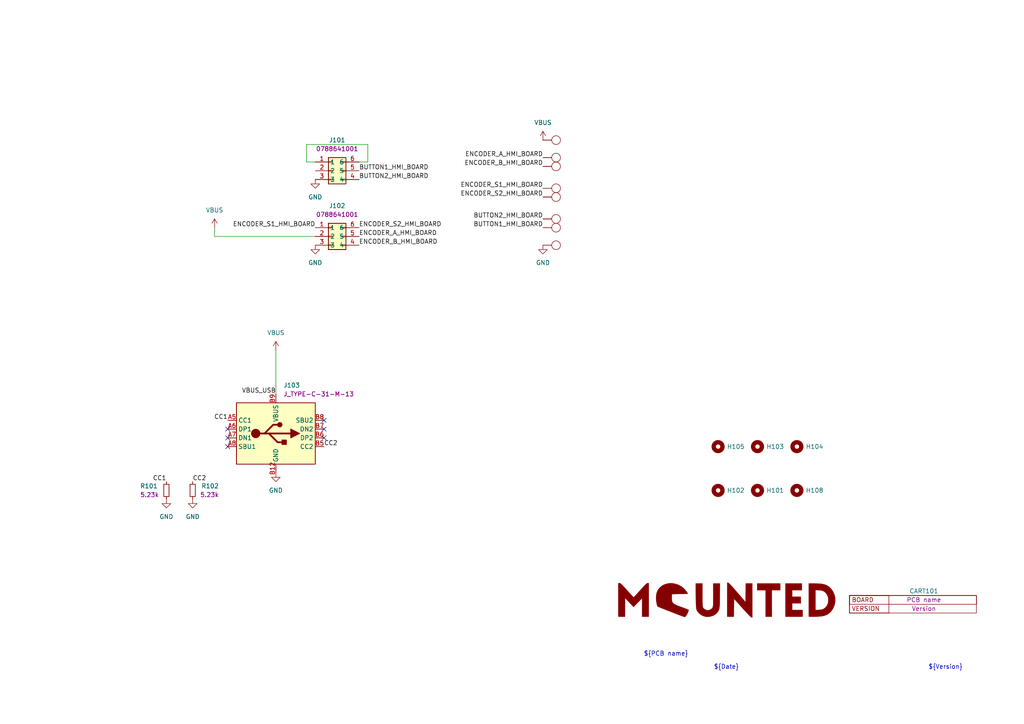
<source format=kicad_sch>
(kicad_sch (version 20230121) (generator eeschema)
  (paper "A4")
  (lib_symbols
    (symbol ".mounted-lib:Cartouche_IO" (in_bom no)
      (property "Reference" "CART?" (at -17.78 5.08 0))
      (property "BOARD" "${PCB name}" (at -5.08 2.54 0))
      (property "VERSION" "${Version}" (at -5.08 0 0))
      (symbol "Cartouche_IO_0_0"
        (rectangle (start -17.78 3.81) (end -6.35 -1.27))
        (rectangle (start -17.78 3.81) (end 19.05 -1.27))
        (rectangle (start -17.78 3.81) (end 19.05 1.27))
        (text "BOARD" (at -17.145 2.54 0) (effects (font (size 1.27 1.27)) (justify left)))
        (text "VERSION" (at -17.145 0 0) (effects (font (size 1.27 1.27)) (justify left)))
      )
    )
    (symbol ".mounted-lib:H_MOUNTING_HOLE_M1" (in_bom no)
      (property "Reference" "H?" (at 2.54 1.2701 0))
      (property "Value" "H_MOUNTING_HOLE_M1" (at 40.64 12.7 0))
      (symbol "H_MOUNTING_HOLE_M1_0_1"
        (circle (center 0 0) (radius 1.27) (stroke (width 1.27)))
      )
    )
    (symbol ".mounted-lib:J_0788641001"
      (property "Reference" "J?" (at 0 7.62 0))
      (property "DisplayValue" "0788641001" (at 0 5.08 0))
      (symbol "J_0788641001_1_1"
        (rectangle (start -2.54 -2.413) (end -1.27 -2.667) (stroke (width 0.1524)))
        (rectangle (start -2.54 0.127) (end -1.27 -0.127) (stroke (width 0.1524)))
        (rectangle (start -2.54 2.667) (end -1.27 2.413) (stroke (width 0.1524)))
        (rectangle (start -2.54 3.81) (end 2.54 -3.81) (stroke (width 0.254)) (fill (type background)))
        (rectangle (start 2.54 -2.413) (end 1.27 -2.667) (stroke (width 0.1524)))
        (rectangle (start 2.54 0.127) (end 1.27 -0.127) (stroke (width 0.1524)))
        (rectangle (start 2.54 2.667) (end 1.27 2.413) (stroke (width 0.1524)))
        (pin passive line (at -6.35 2.54 0) (length 3.81) (name "1") (number "1"))
        (pin passive line (at -6.35 0 0) (length 3.81) (name "2") (number "2"))
        (pin passive line (at -6.35 -2.54 0) (length 3.81) (name "3") (number "3"))
        (pin passive line (at 6.35 -2.54 180) (length 3.81) (name "4") (number "4"))
        (pin passive line (at 6.35 0 180) (length 3.81) (name "5") (number "5"))
        (pin passive line (at 6.35 2.54 180) (length 3.81) (name "6") (number "6"))
      )
    )
    (symbol ".mounted-lib:J_TYPE-C-31-M-13"
      (property "Reference" "J?" (at -11.43 12.7 0))
      (property "DisplayValue" "J_TYPE-C-31-M-13" (at -11.43 10.16 0))
      (symbol "J_TYPE-C-31-M-13_0_1"
        (rectangle (start -11.43 8.89) (end 11.43 -8.89) (stroke (width 0.254)) (fill (type background)))
        (circle (center -5.842 0) (radius 1.27) (fill (type outline)))
        (polyline (pts (xy -5.842 0) (xy 4.318 0)) (stroke (width 0.508)))
        (polyline (pts (xy -3.302 0) (xy -0.762 2.54) (xy 0.508 2.54)) (stroke (width 0.508)))
        (polyline (pts (xy -2.032 0) (xy 0.508 -2.54) (xy 1.778 -2.54)) (stroke (width 0.508)))
        (polyline (pts (xy 4.318 1.27) (xy 6.858 0) (xy 4.318 -1.27) (xy 4.318 1.27)) (stroke (width 0.254)) (fill (type outline)))
        (circle (center 1.143 2.54) (radius 0.635) (stroke (width 0.254)) (fill (type outline)))
        (rectangle (start 1.778 -1.905) (end 3.048 -3.175) (stroke (width 0.254)) (fill (type outline)))
      )
      (symbol "J_TYPE-C-31-M-13_1_1"
        (pin passive line (at 0 -11.43 90) (length 2.54) hide (name "GND") (number "A1"))
        (pin passive line (at 0 -11.43 90) (length 2.54) hide (name "GND") (number "A12"))
        (pin passive line (at 0 11.43 270) (length 2.54) hide (name "VBUS") (number "A4"))
        (pin passive line (at -13.97 3.81 0) (length 2.54) (name "CC1") (number "A5"))
        (pin passive line (at -13.97 1.27 0) (length 2.54) (name "DP1") (number "A6"))
        (pin passive line (at -13.97 -1.27 0) (length 2.54) (name "DN1") (number "A7"))
        (pin passive line (at -13.97 -3.81 0) (length 2.54) (name "SBU1") (number "A8"))
        (pin passive line (at 0 11.43 270) (length 2.54) hide (name "VBUS") (number "A9"))
        (pin passive line (at 0 -11.43 90) (length 2.54) hide (name "GND") (number "B1"))
        (pin passive line (at 0 -11.43 90) (length 2.54) (name "GND") (number "B12"))
        (pin passive line (at 0 11.43 270) (length 2.54) hide (name "VBUS") (number "B4"))
        (pin passive line (at 13.97 -3.81 180) (length 2.54) (name "CC2") (number "B5"))
        (pin passive line (at 13.97 -1.27 180) (length 2.54) (name "DP2") (number "B6"))
        (pin passive line (at 13.97 1.27 180) (length 2.54) (name "DN2") (number "B7"))
        (pin passive line (at 13.97 3.81 180) (length 2.54) (name "SBU2") (number "B8"))
        (pin passive line (at 0 11.43 270) (length 2.54) (name "VBUS") (number "B9"))
        (pin passive line (at 0 -11.43 90) (length 2.54) hide (name "GND") (number "GND"))
      )
    )
    (symbol ".mounted-lib:R_0402_5.23k_1%_0.06W" (pin_numbers hide)
      (property "Reference" "R?" (at 1.27 0 0))
      (property "DisplayValue" "5.23k" (at 1.27 1.905 0))
      (symbol "R_0402_5.23k_1%_0.06W_0_1"
        (rectangle (start -0.762 1.778) (end 0.762 -1.778) (stroke (width 0.2032)))
      )
      (symbol "R_0402_5.23k_1%_0.06W_1_1"
        (pin passive line (at 0 2.54 270) (length 0.762) (name "~") (number "1"))
        (pin passive line (at 0 -2.54 90) (length 0.762) (name "~") (number "2"))
      )
    )
    (symbol ".mounted-lib:TESTPOINT_1.5MM" (in_bom no)
      (property "Reference" "TP" (at 0 2.54 0))
      (property "DisplayValue" "1.5mm" (at 0 -2.54 0))
      (symbol "TESTPOINT_1.5MM_0_1"
        (circle (center 0 0) (radius 1.27))
      )
      (symbol "TESTPOINT_1.5MM_1_1"
        (pin passive line (at 3.81 0 180) (length 2.54) (name "~") (number "1"))
      )
    )
    (symbol ".mounted-lib:mounted_logo" (pin_names (offset 1.016))
      (symbol "mounted_logo_0_0"
        (polyline (pts (xy 13.0541 -1.012) (xy 13.0541 2.8335) (xy 14.2685 2.8335) (xy 15.4828 2.8335) (xy 15.4828 3.7948) (xy 15.4828 4.7562) (xy 12.1434 4.7562) (xy 8.8039 4.7562) (xy 8.8039 3.7948) (xy 8.8039 2.8335) (xy 10.0183 2.8335) (xy 11.2326 2.8335) (xy 11.2326 -1.012) (xy 11.2326 -4.8574) (xy 12.1434 -4.8574) (xy 13.0541 -4.8574) (xy 13.0541 -1.012)) (stroke (width 0.01)) (fill (type outline)))
        (polyline (pts (xy 21.9593 -3.896) (xy 21.9593 -2.9347) (xy 20.4414 -2.9347) (xy 18.9235 -2.9347) (xy 18.9235 -1.9733) (xy 18.9235 -1.012) (xy 20.1884 -1.012) (xy 21.4533 -1.012) (xy 21.4533 -0.0506) (xy 21.4533 0.9107) (xy 20.1884 0.9107) (xy 18.9235 0.9107) (xy 18.9235 1.8721) (xy 18.9235 2.8335) (xy 20.3402 2.8335) (xy 21.7569 2.8335) (xy 21.7569 3.7948) (xy 21.7569 4.7562) (xy 19.3788 4.7562) (xy 17.0008 4.7562) (xy 17.0008 -0.0506) (xy 17.0008 -4.8574) (xy 19.48 -4.8574) (xy 21.9593 -4.8574) (xy 21.9593 -3.896)) (stroke (width 0.01)) (fill (type outline)))
        (polyline (pts (xy 7.3872 -0.1518) (xy 7.3872 4.7562) (xy 6.4275 4.7562) (xy 5.4678 4.7562) (xy 5.4409 2.0564) (xy 5.4139 -0.6433) (xy 3.0016 2.1576) (xy 2.3562 2.9042) (xy 1.8128 3.5255) (xy 1.3749 4.0164) (xy 1.0304 4.3895) (xy 0.7673 4.6575) (xy 0.5734 4.8332) (xy 0.4367 4.9293) (xy 0.3452 4.9585) (xy 0.1012 4.9585) (xy 0.1012 0.0506) (xy 0.1012 -4.8574) (xy 1.0608 -4.8574) (xy 2.0205 -4.8574) (xy 2.0475 -2.2586) (xy 2.0745 0.3401) (xy 4.5011 -2.3598) (xy 4.7 -2.5808) (xy 5.3538 -3.3024) (xy 5.8892 -3.8837) (xy 6.3167 -4.3354) (xy 6.6469 -4.6683) (xy 6.8901 -4.8929) (xy 7.0568 -5.0198) (xy 7.1575 -5.0598) (xy 7.3872 -5.0598) (xy 7.3872 -0.1518)) (stroke (width 0.01)) (fill (type outline)))
        (polyline (pts (xy -29.5449 -2.1504) (xy -29.5409 0.5566) (xy -28.3053 -0.7424) (xy -27.0698 -2.0414) (xy -25.8301 -0.7769) (xy -24.5905 0.4877) (xy -24.5905 -2.1848) (xy -24.5905 -4.8574) (xy -23.6291 -4.8574) (xy -22.6678 -4.8574) (xy -22.6678 0) (xy -22.6678 4.8574) (xy -22.9639 4.8574) (xy -23.0357 4.8497) (xy -23.152 4.8043) (xy -23.2999 4.7038) (xy -23.4963 4.5321) (xy -23.7582 4.2729) (xy -24.1025 3.9099) (xy -24.5462 3.4271) (xy -25.1062 2.8082) (xy -25.1312 2.7804) (xy -25.6173 2.2426) (xy -26.059 1.757) (xy -26.4383 1.3434) (xy -26.7368 1.0213) (xy -26.9366 0.8106) (xy -27.0195 0.7308) (xy -27.0218 0.7308) (xy -27.1159 0.8089) (xy -27.3249 1.0176) (xy -27.6307 1.3378) (xy -28.0155 1.7506) (xy -28.4613 2.237) (xy -28.9503 2.7779) (xy -29.0633 2.9036) (xy -29.5971 3.4952) (xy -30.0179 3.9544) (xy -30.3429 4.2978) (xy -30.5897 4.5419) (xy -30.7757 4.7032) (xy -30.9183 4.7982) (xy -31.0349 4.8433) (xy -31.1429 4.8552) (xy -31.4717 4.8574) (xy -31.4717 0) (xy -31.4717 -4.8574) (xy -30.5104 -4.8574) (xy -29.549 -4.8574) (xy -29.5449 -2.1504)) (stroke (width 0.01)) (fill (type outline)))
        (polyline (pts (xy 25.4253 -4.8556) (xy 25.6404 -4.8547) (xy 26.5575 -4.83) (xy 27.3171 -4.7676) (xy 27.9546 -4.662) (xy 28.505 -4.5079) (xy 29.0036 -4.2997) (xy 29.5084 -3.9977) (xy 30.1403 -3.435) (xy 30.6643 -2.7409) (xy 31.0657 -1.9468) (xy 31.3296 -1.0838) (xy 31.4411 -0.1834) (xy 31.3855 0.7233) (xy 31.3804 0.7543) (xy 31.1515 1.6264) (xy 30.7776 2.4404) (xy 30.2822 3.162) (xy 29.6889 3.7567) (xy 29.0211 4.19) (xy 28.8905 4.2515) (xy 28.3813 4.4468) (xy 27.8162 4.589) (xy 27.1592 4.6839) (xy 26.3743 4.7372) (xy 25.4253 4.7544) (xy 23.7808 4.7562) (xy 23.7808 -0.0506) (xy 23.7808 -2.9588) (xy 25.7035 -2.9588) (xy 25.7035 -0.0506) (xy 25.7035 2.8576) (xy 26.6396 2.8137) (xy 26.8905 2.7983) (xy 27.5042 2.7136) (xy 27.9891 2.5521) (xy 28.3954 2.2928) (xy 28.7736 1.9144) (xy 29.1102 1.4237) (xy 29.364 0.7385) (xy 29.4478 -0.0506) (xy 29.4393 -0.2952) (xy 29.3007 -1.042) (xy 29.0038 -1.702) (xy 28.5635 -2.248) (xy 27.9949 -2.6533) (xy 27.9266 -2.6869) (xy 27.6052 -2.8006) (xy 27.195 -2.8729) (xy 26.6396 -2.9149) (xy 25.7035 -2.9588) (xy 23.7808 -2.9588) (xy 23.7808 -4.8574) (xy 25.4253 -4.8556)) (stroke (width 0.01)) (fill (type outline)))
        (polyline (pts (xy -4.4754 -4.7478) (xy -3.7692 -4.467) (xy -3.1608 -4.0647) (xy -2.6916 -3.5562) (xy -2.613 -3.4418) (xy -2.4727 -3.2245) (xy -2.3593 -3.0132) (xy -2.2696 -2.7847) (xy -2.2006 -2.5159) (xy -2.149 -2.1837) (xy -2.1119 -1.7649) (xy -2.086 -1.2363) (xy -2.0683 -0.5748) (xy -2.0556 0.2428) (xy -2.0449 1.2396) (xy -2.0099 4.7562) (xy -2.9783 4.7562) (xy -3.9467 4.7562) (xy -3.9468 1.442) (xy -3.9473 0.7789) (xy -3.95 -0.014) (xy -3.956 -0.6426) (xy -3.9665 -1.1295) (xy -3.9826 -1.4973) (xy -4.0053 -1.7684) (xy -4.0357 -1.9652) (xy -4.0748 -2.1104) (xy -4.1239 -2.2263) (xy -4.3189 -2.4863) (xy -4.677 -2.7631) (xy -5.0995 -2.9601) (xy -5.5113 -3.0336) (xy -5.7577 -3.0059) (xy -6.2007 -2.8542) (xy -6.601 -2.6075) (xy -6.8788 -2.3081) (xy -6.9051 -2.2636) (xy -6.9556 -2.1601) (xy -6.9955 -2.0331) (xy -7.0261 -1.8603) (xy -7.0487 -1.6193) (xy -7.0643 -1.2877) (xy -7.0744 -0.8433) (xy -7.0801 -0.2635) (xy -7.0827 0.474) (xy -7.0833 1.3914) (xy -7.0837 4.7562) (xy -8.051 4.7562) (xy -9.0182 4.7562) (xy -8.983 1.189) (xy -8.9744 0.3875) (xy -8.9633 -0.4295) (xy -8.9503 -1.0843) (xy -8.9342 -1.5993) (xy -8.914 -1.9967) (xy -8.8883 -2.2985) (xy -8.8561 -2.5271) (xy -8.8161 -2.7046) (xy -8.7671 -2.8532) (xy -8.6157 -3.18) (xy -8.1881 -3.771) (xy -7.62 -4.2662) (xy -6.948 -4.6372) (xy -6.2083 -4.8553) (xy -6.0147 -4.8833) (xy -5.2378 -4.8917) (xy -4.4754 -4.7478)) (stroke (width 0.01)) (fill (type outline)))
        (polyline (pts (xy -12.033 -4.8536) (xy -11.8228 -4.6062) (xy -11.5946 -4.2448) (xy -11.3715 -3.8054) (xy -11.1767 -3.3242) (xy -11.1344 -3.2018) (xy -11.0898 -3.0068) (xy -11.143 -2.8972) (xy -11.3132 -2.7992) (xy -11.4369 -2.7453) (xy -11.7403 -2.6255) (xy -12.1683 -2.4635) (xy -12.6832 -2.2735) (xy -13.2473 -2.0698) (xy -13.685 -1.9116) (xy -14.3947 -1.6403) (xy -14.9424 -1.397) (xy -15.3488 -1.1615) (xy -15.6346 -0.9134) (xy -15.8208 -0.6324) (xy -15.928 -0.2982) (xy -15.9771 0.1096) (xy -15.9889 0.6113) (xy -15.9885 0.757) (xy -15.9792 1.1798) (xy -15.9532 1.4468) (xy -15.9049 1.5943) (xy -15.8288 1.6589) (xy -15.8013 1.6651) (xy -15.5957 1.6827) (xy -15.2307 1.6979) (xy -14.7385 1.7098) (xy -14.1513 1.7175) (xy -13.5013 1.7203) (xy -13.2539 1.7207) (xy -12.6407 1.7258) (xy -12.1129 1.736) (xy -11.6996 1.7502) (xy -11.4302 1.7676) (xy -11.3339 1.7873) (xy -11.3479 1.8507) (xy -11.4667 2.0761) (xy -11.6796 2.3844) (xy -11.9541 2.7332) (xy -12.2575 3.08) (xy -12.5574 3.3822) (xy -13.1861 3.8791) (xy -14.0562 4.357) (xy -14.9946 4.6741) (xy -15.9634 4.818) (xy -16.9248 4.7769) (xy -16.9567 4.7722) (xy -17.8565 4.5627) (xy -18.6212 4.2205) (xy -19.2773 3.7338) (xy -19.3987 3.6179) (xy -19.9135 2.9955) (xy -20.2685 2.2952) (xy -20.4741 1.4909) (xy -20.5407 0.5566) (xy -20.5381 0.4182) (xy -20.5054 -0.0257) (xy -20.4425 -0.5134) (xy -20.3587 -0.9959) (xy -20.2631 -1.4239) (xy -20.1651 -1.7483) (xy -20.0739 -1.9202) (xy -20.0687 -1.9236) (xy -19.9337 -1.9838) (xy -19.6386 -2.1053) (xy -19.2081 -2.2785) (xy -18.6668 -2.4936) (xy -18.0396 -2.7412) (xy -17.351 -3.0114) (xy -16.6258 -3.2948) (xy -15.8887 -3.5816) (xy -15.1644 -3.8623) (xy -14.4776 -4.1272) (xy -13.8529 -4.3666) (xy -13.3151 -4.571) (xy -12.8888 -4.7307) (xy -12.5988 -4.8361) (xy -12.5944 -4.8376) (xy -12.3603 -4.9142) (xy -12.2194 -4.9506) (xy -12.202 -4.9508) (xy -12.033 -4.8536)) (stroke (width 0.01)) (fill (type outline)))
      )
    )
    (symbol "power:GND" (power) (pin_names (offset 0))
      (property "Value" "GND" (at 0 -3.81 0))
      (symbol "GND_0_1"
        (polyline (pts (xy 0 0) (xy 0 -1.27) (xy 1.27 -1.27) (xy 0 -2.54) (xy -1.27 -1.27) (xy 0 -1.27)))
      )
      (symbol "GND_1_1"
        (pin power_in line (at 0 0 270) (length 0) hide (name "GND") (number "1"))
      )
    )
    (symbol "power:VBUS" (power) (pin_names (offset 0))
      (property "Value" "VBUS" (at 0 3.81 0))
      (symbol "VBUS_0_1"
        (polyline (pts (xy -0.762 1.27) (xy 0 2.54)))
        (polyline (pts (xy 0 0) (xy 0 2.54)))
        (polyline (pts (xy 0 2.54) (xy 0.762 1.27)))
      )
      (symbol "VBUS_1_1"
        (pin power_in line (at 0 0 90) (length 0) hide (name "VBUS") (number "1"))
      )
    )
  )
  (no_connect (at 66.04 127))
  (no_connect (at 93.98 127))
  (no_connect (at 93.98 121.92))
  (no_connect (at 66.04 124.46))
  (no_connect (at 93.98 124.46))
  (no_connect (at 66.04 129.54))
  (wire (pts (xy 104.14 46.99) (xy 106.68 46.99)))
  (wire (pts (xy 88.9 41.91) (xy 88.9 46.99)))
  (wire (pts (xy 62.23 66.04) (xy 62.23 68.58)))
  (wire (pts (xy 62.23 68.58) (xy 91.44 68.58)))
  (wire (pts (xy 106.68 46.99) (xy 106.68 41.91)))
  (wire (pts (xy 80.01 101.6) (xy 80.01 114.3)))
  (wire (pts (xy 88.9 46.99) (xy 91.44 46.99)))
  (wire (pts (xy 106.68 41.91) (xy 88.9 41.91)))
  (text "${PCB name}" (at 186.69 190.5 0) (effects (font (size 1.27 1.27)) (justify left bottom)))
  (text "${Date}" (at 207.01 194.31 0) (effects (font (size 1.27 1.27)) (justify left bottom)))
  (text "${Version}" (at 269.24 194.31 0) (effects (font (size 1.27 1.27)) (justify left bottom)))
  (label "ENCODER_S2_HMI_BOARD" (at 157.48 57.15 180))
  (label "ENCODER_A_HMI_BOARD" (at 157.48 45.72 180))
  (label "ENCODER_B_HMI_BOARD" (at 157.48 48.26 180))
  (label "ENCODER_S1_HMI_BOARD" (at 157.48 54.61 180))
  (label "BUTTON2_HMI_BOARD" (at 157.48 63.5 180))
  (label "CC1" (at 66.04 121.92 180))
  (label "CC2" (at 93.98 129.54 0))
  (label "BUTTON1_HMI_BOARD" (at 157.48 66.04 180))
  (label "ENCODER_A_HMI_BOARD" (at 104.14 68.58 0))
  (label "ENCODER_S1_HMI_BOARD" (at 91.44 66.04 180))
  (label "BUTTON1_HMI_BOARD" (at 104.14 49.53 0))
  (label "ENCODER_S2_HMI_BOARD" (at 104.14 66.04 0))
  (label "VBUS_USB" (at 80.01 114.3 180))
  (label "ENCODER_B_HMI_BOARD" (at 104.14 71.12 0))
  (label "CC1" (at 48.26 139.7 180))
  (label "CC2" (at 55.88 139.7 0))
  (label "BUTTON2_HMI_BOARD" (at 104.14 52.07 0))
  (symbol (lib_id ".mounted-lib:H_MOUNTING_HOLE_M1") (at 231.14 142.24 0) (unit 1) (in_bom no)
    (property "Reference" "H108" (at 233.68 142.24 0) (effects (justify left)))
    (property "Value" "H_MOUNTING_HOLE_M1" (effects hide))
    (property "Footprint" ".mounted-lib:MountingHole_1.2mm_M1" (effects hide))
    (property "Datasheet" "http://127.0.0.1" (effects hide))
    (property "DisplayValue" "Screw" (effects hide))
    (property "Category" "MECHANICAL" (effects hide))
    (property "Family" "Hole" (effects hide))
    (property "_Created" "GCE 2022-06-15" (effects hide))
    (property "Mount" "PCB" (effects hide))
    (property "Package" "1.2mm HOLE" (effects hide))
    (property "Automotive" "N" (effects hide))
    (property "MaxHeight_mm" "0mm" (effects hide))
  )
  (symbol (lib_id ".mounted-lib:R_0402_5.23k_1%_0.06W") (at 55.88 142.24 0) (mirror y) (unit 1)
    (property "Reference" "R102" (at 63.5 140.97 0) (effects (justify left)))
    (property "Value" "R_0603_5.23k_1%_0.1W" (effects hide))
    (property "Footprint" ".mounted-lib:R_0402_1005Metric" (effects hide))
    (property "Datasheet" "http://127.0.0.1" (effects hide))
    (property "DisplayValue" "5.23k" (at 63.5 143.51 0) (effects (justify left)))
    (property "CMP_ID" "1072" (effects hide))
    (property "Category" "RESISTOR" (effects hide))
    (property "Family" "THICK FILM" (effects hide))
    (property "_Created" "JCN 2023-11-12" (effects hide))
    (property "Mount" "SMD" (effects hide))
    (property "Package" "R0402" (effects hide))
    (property "TempMin_C" "-55°C" (effects hide))
    (property "TempMax_C" "155°C" (effects hide))
    (property "Automotive" "Y" (effects hide))
    (property "MaxHeight_mm" "0.35mm" (effects hide))
    (property "Tolerance" "1%" (effects hide))
    (property "Power_W" "0.06W" (effects hide))
  )
  (symbol (lib_id "power:GND") (at 91.44 71.12 0) (unit 1)
    (property "Reference" "#PWR0105" (effects hide))
    (property "Value" "GND" (at 91.44 76.2 0))
  )
  (symbol (lib_id "power:GND") (at 157.48 71.12 0) (unit 1)
    (property "Reference" "#PWR0108" (effects hide))
    (property "Value" "GND" (at 157.48 76.2 0))
  )
  (symbol (lib_id ".mounted-lib:H_MOUNTING_HOLE_M1") (at 208.28 129.54 0) (unit 1) (in_bom no)
    (property "Reference" "H105" (at 210.82 129.54 0) (effects (justify left)))
    (property "Value" "H_MOUNTING_HOLE_M1" (effects hide))
    (property "Footprint" ".mounted-lib:MountingHole_1.2mm_M1" (effects hide))
    (property "Datasheet" "http://127.0.0.1" (effects hide))
    (property "DisplayValue" "Screw" (effects hide))
    (property "Category" "MECHANICAL" (effects hide))
    (property "Family" "Hole" (effects hide))
    (property "_Created" "GCE 2022-06-15" (effects hide))
    (property "Mount" "PCB" (effects hide))
    (property "Package" "1.2mm HOLE" (effects hide))
    (property "Automotive" "N" (effects hide))
    (property "MaxHeight_mm" "0mm" (effects hide))
  )
  (symbol (lib_id ".mounted-lib:TESTPOINT_1.5MM") (at 161.29 40.64 180) (unit 1) (in_bom no)
    (property "Reference" "TP108" (effects hide))
    (property "Value" "TESTPOINT_1.5MM" (effects hide))
    (property "Footprint" ".mounted-lib:TESTPOINT_1.5MM" (effects hide))
    (property "Datasheet" "http://127.0.0.1" (effects hide))
    (property "DisplayValue" "1.5mm" (effects hide))
    (property "_Created" "JCN 2022-08-04" (effects hide))
    (property "Category" "TEST POINT" (effects hide))
    (property "Family" "Exposed copper" (effects hide))
  )
  (symbol (lib_id ".mounted-lib:J_TYPE-C-31-M-13") (at 80.01 125.73 0) (unit 1)
    (property "Reference" "J103" (at 82.2041 111.76 0) (effects (justify left)))
    (property "Value" "J_TYPE-C-31-M-13" (effects hide))
    (property "Footprint" ".mounted-lib:J_TYPE-C-31-M-13" (effects hide))
    (property "Datasheet" "https://datasheet.lcsc.com/lcsc/1811101526_Korean-Hroparts-Elec-TYPE-C-31-M-13_C223906.pdf" (effects hide))
    (property "Manufacturer" "Korean Hroparts Elec" (effects hide))
    (property "MPN" "TYPE-C-31-M-13" (effects hide))
    (property "DisplayValue" "J_TYPE-C-31-M-13" (at 82.2041 114.3 0) (effects (justify left)))
    (property "CMP_ID" "1051" (effects hide))
    (property "Category" "CONNECTOR" (effects hide))
    (property "Family" "USB C " (effects hide))
    (property "_Created" "JCN 2023-02-15" (effects hide))
    (property "_Checked" "___Checked" (effects hide))
    (property "_Confirmed" "___Confirmed" (effects hide))
    (property "Mount" "SMD and SMT" (effects hide))
    (property "Package" "TYPE-C-31-M-13" (effects hide))
    (property "PartStatus" "___PartStatus" (effects hide))
    (property "TempMin_C" "-30°C" (effects hide))
    (property "TempMax_C" "85°C" (effects hide))
    (property "Automotive" "N" (effects hide))
    (property "MaxHeight_mm" "3.16mm" (effects hide))
  )
  (symbol (lib_id ".mounted-lib:J_0788641001") (at 97.79 49.53 0) (unit 1)
    (property "Reference" "J101" (at 97.79 40.64 0))
    (property "Value" "J_0788641001" (effects hide))
    (property "Footprint" ".mounted-lib:J_788641001" (effects hide))
    (property "Datasheet" "https://www.molex.com/en-us/products/part-detail/0788641001" (effects hide))
    (property "Manufacturer" "MOLEX" (effects hide))
    (property "MPN" "0788641001" (effects hide))
    (property "DisplayValue" "0788641001" (at 97.79 43.18 0))
    (property "CMP_ID" "1090" (effects hide))
    (property "Category" "CONNECTOR" (effects hide))
    (property "Family" "SPRING CONNECTOR" (effects hide))
    (property "_Created" "JCN 2023-11-22" (effects hide))
    (property "Mount" "SMD" (effects hide))
    (property "Package" "6 POS" (effects hide))
    (property "TempMin_C" "-40°C" (effects hide))
    (property "TempMax_C" "85°C" (effects hide))
    (property "Automotive" "N" (effects hide))
    (property "MaxHeight_mm" "2mm" (effects hide))
  )
  (symbol (lib_id ".mounted-lib:H_MOUNTING_HOLE_M1") (at 219.71 142.24 0) (unit 1) (in_bom no)
    (property "Reference" "H101" (at 222.25 142.24 0) (effects (justify left)))
    (property "Value" "H_MOUNTING_HOLE_M1" (effects hide))
    (property "Footprint" ".mounted-lib:MountingHole_1.2mm_M1" (effects hide))
    (property "Datasheet" "http://127.0.0.1" (effects hide))
    (property "DisplayValue" "Screw" (effects hide))
    (property "Category" "MECHANICAL" (effects hide))
    (property "Family" "Hole" (effects hide))
    (property "_Created" "GCE 2022-06-15" (effects hide))
    (property "Mount" "PCB" (effects hide))
    (property "Package" "1.2mm HOLE" (effects hide))
    (property "Automotive" "N" (effects hide))
    (property "MaxHeight_mm" "0mm" (effects hide))
  )
  (symbol (lib_id "power:GND") (at 48.26 144.78 0) (unit 1)
    (property "Reference" "#PWR0101" (effects hide))
    (property "Value" "GND" (at 48.26 149.86 0))
  )
  (symbol (lib_id "power:VBUS") (at 157.48 40.64 0) (unit 1)
    (property "Reference" "#PWR0109" (effects hide))
    (property "Value" "VBUS" (at 157.48 35.56 0))
  )
  (symbol (lib_id ".mounted-lib:mounted_logo") (at 210.82 173.99 0) (unit 1)
    (property "Reference" "LOGO101" (effects hide))
    (property "Value" "mounted_logo" (effects hide))
    (property "Footprint" ".mounted-lib:mounted_logo" (effects hide))
  )
  (symbol (lib_id ".mounted-lib:Cartouche_IO") (at 264.16 176.53 0) (unit 1) (in_bom no)
    (property "Reference" "CART101" (at 267.97 171.45 0))
    (property "Value" "Cartouche_IO" (effects hide))
    (property "Footprint" ".mounted-lib:Cartouche_IO" (effects hide))
    (property "Datasheet" "http://127.0.0.1" (effects hide))
    (property "BOARD" "${PCB name}" (at 267.97 173.99 0))
    (property "VERSION" "${Version}" (at 267.97 176.53 0))
    (property "CMP_ID" "229" (effects hide))
    (property "_Created" "JCN 2022-08-04" (effects hide))
    (property "Automotive" "N" (effects hide))
    (property "Category" "CARTOUCHE" (effects hide))
    (property "Family" "IO" (effects hide))
  )
  (symbol (lib_id ".mounted-lib:TESTPOINT_1.5MM") (at 161.29 66.04 180) (unit 1) (in_bom no)
    (property "Reference" "TP106" (effects hide))
    (property "Value" "TESTPOINT_1.5MM" (effects hide))
    (property "Footprint" ".mounted-lib:TESTPOINT_1.5MM" (effects hide))
    (property "Datasheet" "http://127.0.0.1" (effects hide))
    (property "DisplayValue" "1.5mm" (effects hide))
    (property "_Created" "JCN 2022-08-04" (effects hide))
    (property "Category" "TEST POINT" (effects hide))
    (property "Family" "Exposed copper" (effects hide))
  )
  (symbol (lib_id ".mounted-lib:J_0788641001") (at 97.79 68.58 0) (unit 1)
    (property "Reference" "J102" (at 97.79 59.69 0))
    (property "Value" "J_0788641001" (effects hide))
    (property "Footprint" ".mounted-lib:J_788641001" (effects hide))
    (property "Datasheet" "https://www.molex.com/en-us/products/part-detail/0788641001" (effects hide))
    (property "Manufacturer" "MOLEX" (effects hide))
    (property "MPN" "0788641001" (effects hide))
    (property "DisplayValue" "0788641001" (at 97.79 62.23 0))
    (property "CMP_ID" "1090" (effects hide))
    (property "Category" "CONNECTOR" (effects hide))
    (property "Family" "SPRING CONNECTOR" (effects hide))
    (property "_Created" "JCN 2023-11-22" (effects hide))
    (property "Mount" "SMD" (effects hide))
    (property "Package" "6 POS" (effects hide))
    (property "TempMin_C" "-40°C" (effects hide))
    (property "TempMax_C" "85°C" (effects hide))
    (property "Automotive" "N" (effects hide))
    (property "MaxHeight_mm" "2mm" (effects hide))
  )
  (symbol (lib_id ".mounted-lib:H_MOUNTING_HOLE_M1") (at 231.14 129.54 0) (unit 1) (in_bom no)
    (property "Reference" "H104" (at 233.68 129.54 0) (effects (justify left)))
    (property "Value" "H_MOUNTING_HOLE_M1" (effects hide))
    (property "Footprint" ".mounted-lib:MountingHole_1.2mm_M1" (effects hide))
    (property "Datasheet" "http://127.0.0.1" (effects hide))
    (property "DisplayValue" "Screw" (effects hide))
    (property "Category" "MECHANICAL" (effects hide))
    (property "Family" "Hole" (effects hide))
    (property "_Created" "GCE 2022-06-15" (effects hide))
    (property "Mount" "PCB" (effects hide))
    (property "Package" "1.2mm HOLE" (effects hide))
    (property "Automotive" "N" (effects hide))
    (property "MaxHeight_mm" "0mm" (effects hide))
  )
  (symbol (lib_id "power:GND") (at 55.88 144.78 0) (unit 1)
    (property "Reference" "#PWR0102" (effects hide))
    (property "Value" "GND" (at 55.88 149.86 0))
  )
  (symbol (lib_id ".mounted-lib:TESTPOINT_1.5MM") (at 161.29 57.15 180) (unit 1) (in_bom no)
    (property "Reference" "TP104" (effects hide))
    (property "Value" "TESTPOINT_1.5MM" (effects hide))
    (property "Footprint" ".mounted-lib:TESTPOINT_1.5MM" (effects hide))
    (property "Datasheet" "http://127.0.0.1" (effects hide))
    (property "DisplayValue" "1.5mm" (effects hide))
    (property "_Created" "JCN 2022-08-04" (effects hide))
    (property "Category" "TEST POINT" (effects hide))
    (property "Family" "Exposed copper" (effects hide))
  )
  (symbol (lib_id ".mounted-lib:R_0402_5.23k_1%_0.06W") (at 48.26 142.24 0) (unit 1)
    (property "Reference" "R101" (at 40.64 140.97 0) (effects (justify left)))
    (property "Value" "R_0603_5.23k_1%_0.1W" (effects hide))
    (property "Footprint" ".mounted-lib:R_0402_1005Metric" (effects hide))
    (property "Datasheet" "http://127.0.0.1" (effects hide))
    (property "DisplayValue" "5.23k" (at 40.64 143.51 0) (effects (justify left)))
    (property "CMP_ID" "1072" (effects hide))
    (property "Category" "RESISTOR" (effects hide))
    (property "Family" "THICK FILM" (effects hide))
    (property "_Created" "JCN 2023-11-12" (effects hide))
    (property "Mount" "SMD" (effects hide))
    (property "Package" "R0402" (effects hide))
    (property "TempMin_C" "-55°C" (effects hide))
    (property "TempMax_C" "155°C" (effects hide))
    (property "Automotive" "Y" (effects hide))
    (property "MaxHeight_mm" "0.35mm" (effects hide))
    (property "Tolerance" "1%" (effects hide))
    (property "Power_W" "0.06W" (effects hide))
  )
  (symbol (lib_id ".mounted-lib:H_MOUNTING_HOLE_M1") (at 219.71 129.54 0) (unit 1) (in_bom no)
    (property "Reference" "H103" (at 222.25 129.54 0) (effects (justify left)))
    (property "Value" "H_MOUNTING_HOLE_M1" (effects hide))
    (property "Footprint" ".mounted-lib:MountingHole_1.2mm_M1" (effects hide))
    (property "Datasheet" "http://127.0.0.1" (effects hide))
    (property "DisplayValue" "Screw" (effects hide))
    (property "Category" "MECHANICAL" (effects hide))
    (property "Family" "Hole" (effects hide))
    (property "_Created" "GCE 2022-06-15" (effects hide))
    (property "Mount" "PCB" (effects hide))
    (property "Package" "1.2mm HOLE" (effects hide))
    (property "Automotive" "N" (effects hide))
    (property "MaxHeight_mm" "0mm" (effects hide))
  )
  (symbol (lib_id "power:VBUS") (at 62.23 66.04 0) (unit 1)
    (property "Reference" "#PWR0107" (effects hide))
    (property "Value" "VBUS" (at 62.23 60.96 0))
  )
  (symbol (lib_id "power:GND") (at 80.01 137.16 0) (unit 1)
    (property "Reference" "#PWR0104" (effects hide))
    (property "Value" "GND" (at 80.01 142.24 0))
  )
  (symbol (lib_id ".mounted-lib:TESTPOINT_1.5MM") (at 161.29 54.61 180) (unit 1) (in_bom no)
    (property "Reference" "TP103" (effects hide))
    (property "Value" "TESTPOINT_1.5MM" (effects hide))
    (property "Footprint" ".mounted-lib:TESTPOINT_1.5MM" (effects hide))
    (property "Datasheet" "http://127.0.0.1" (effects hide))
    (property "DisplayValue" "1.5mm" (effects hide))
    (property "_Created" "JCN 2022-08-04" (effects hide))
    (property "Category" "TEST POINT" (effects hide))
    (property "Family" "Exposed copper" (effects hide))
  )
  (symbol (lib_id ".mounted-lib:H_MOUNTING_HOLE_M1") (at 208.28 142.24 0) (unit 1) (in_bom no)
    (property "Reference" "H102" (at 210.82 142.24 0) (effects (justify left)))
    (property "Value" "H_MOUNTING_HOLE_M1" (effects hide))
    (property "Footprint" ".mounted-lib:MountingHole_1.2mm_M1" (effects hide))
    (property "Datasheet" "http://127.0.0.1" (effects hide))
    (property "DisplayValue" "Screw" (effects hide))
    (property "Category" "MECHANICAL" (effects hide))
    (property "Family" "Hole" (effects hide))
    (property "_Created" "GCE 2022-06-15" (effects hide))
    (property "Mount" "PCB" (effects hide))
    (property "Package" "1.2mm HOLE" (effects hide))
    (property "Automotive" "N" (effects hide))
    (property "MaxHeight_mm" "0mm" (effects hide))
  )
  (symbol (lib_id "power:GND") (at 91.44 52.07 0) (unit 1)
    (property "Reference" "#PWR0106" (effects hide))
    (property "Value" "GND" (at 91.44 57.15 0))
  )
  (symbol (lib_id ".mounted-lib:TESTPOINT_1.5MM") (at 161.29 63.5 180) (unit 1) (in_bom no)
    (property "Reference" "TP105" (effects hide))
    (property "Value" "TESTPOINT_1.5MM" (effects hide))
    (property "Footprint" ".mounted-lib:TESTPOINT_1.5MM" (effects hide))
    (property "Datasheet" "http://127.0.0.1" (effects hide))
    (property "DisplayValue" "1.5mm" (effects hide))
    (property "_Created" "JCN 2022-08-04" (effects hide))
    (property "Category" "TEST POINT" (effects hide))
    (property "Family" "Exposed copper" (effects hide))
  )
  (symbol (lib_id ".mounted-lib:TESTPOINT_1.5MM") (at 161.29 45.72 180) (unit 1) (in_bom no)
    (property "Reference" "TP101" (effects hide))
    (property "Value" "TESTPOINT_1.5MM" (effects hide))
    (property "Footprint" ".mounted-lib:TESTPOINT_1.5MM" (effects hide))
    (property "Datasheet" "http://127.0.0.1" (effects hide))
    (property "DisplayValue" "1.5mm" (effects hide))
    (property "_Created" "JCN 2022-08-04" (effects hide))
    (property "Category" "TEST POINT" (effects hide))
    (property "Family" "Exposed copper" (effects hide))
  )
  (symbol (lib_id ".mounted-lib:TESTPOINT_1.5MM") (at 161.29 48.26 180) (unit 1) (in_bom no)
    (property "Reference" "TP102" (effects hide))
    (property "Value" "TESTPOINT_1.5MM" (effects hide))
    (property "Footprint" ".mounted-lib:TESTPOINT_1.5MM" (effects hide))
    (property "Datasheet" "http://127.0.0.1" (effects hide))
    (property "DisplayValue" "1.5mm" (effects hide))
    (property "_Created" "JCN 2022-08-04" (effects hide))
    (property "Category" "TEST POINT" (effects hide))
    (property "Family" "Exposed copper" (effects hide))
  )
  (symbol (lib_id ".mounted-lib:TESTPOINT_1.5MM") (at 161.29 71.12 180) (unit 1) (in_bom no)
    (property "Reference" "TP107" (effects hide))
    (property "Value" "TESTPOINT_1.5MM" (effects hide))
    (property "Footprint" ".mounted-lib:TESTPOINT_1.5MM" (effects hide))
    (property "Datasheet" "http://127.0.0.1" (effects hide))
    (property "DisplayValue" "1.5mm" (effects hide))
    (property "_Created" "JCN 2022-08-04" (effects hide))
    (property "Category" "TEST POINT" (effects hide))
    (property "Family" "Exposed copper" (effects hide))
  )
  (symbol (lib_id "power:VBUS") (at 80.01 101.6 0) (unit 1)
    (property "Reference" "#PWR0103" (effects hide))
    (property "Value" "VBUS" (at 80.01 96.52 0))
  )
)
</source>
